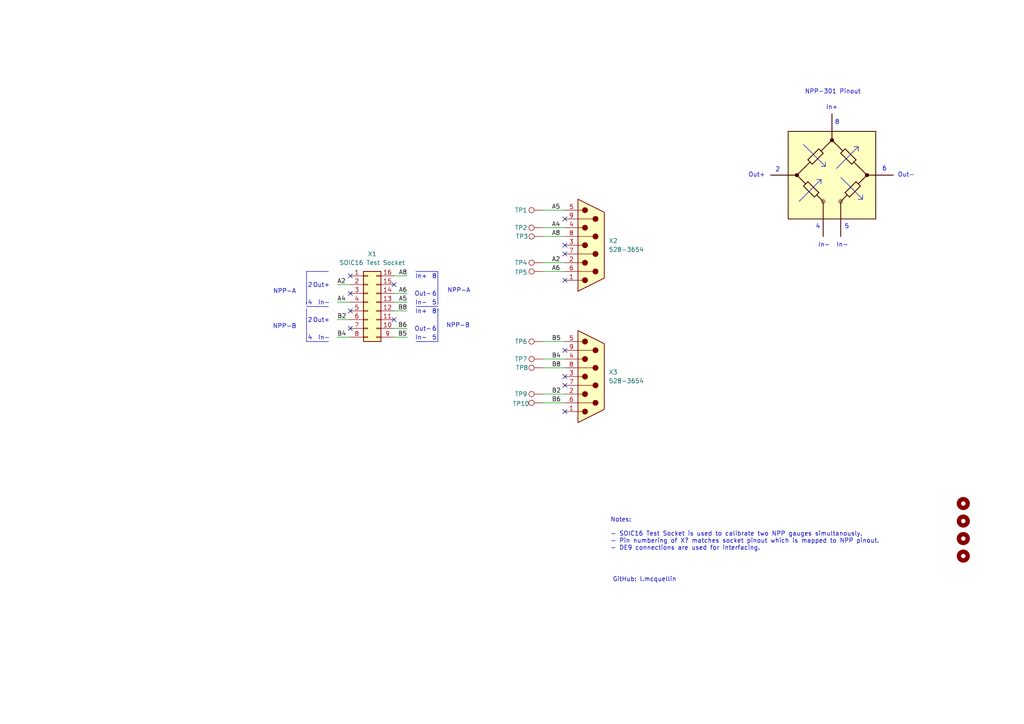
<source format=kicad_sch>
(kicad_sch (version 20231120) (generator "eeschema") (generator_version "8.0")
  (paper "A4")
  (title_block (title "NPP-301 Calibrator PCB") (rev "A"))
  (lib_symbols
    (symbol "Connector:DE9_Plug" (pin_names (offset 1.016) hide)
      (property "Reference" "J" (at 0 13.97 0))
      (property "Value" "DE9_Plug" (at 0 -14.605 0))
      (symbol "DE9_Plug_0_1"
        (circle (center -1.778 -10.16) (radius 0.762) (fill (type outline)))
        (circle (center -1.778 -5.08) (radius 0.762) (fill (type outline)))
        (circle (center -1.778 0) (radius 0.762) (fill (type outline)))
        (circle (center -1.778 5.08) (radius 0.762) (fill (type outline)))
        (circle (center -1.778 10.16) (radius 0.762) (fill (type outline)))
        (polyline (pts (xy -3.81 -10.16) (xy -2.54 -10.16)))
        (polyline (pts (xy -3.81 -7.62) (xy 0.508 -7.62)))
        (polyline (pts (xy -3.81 -5.08) (xy -2.54 -5.08)))
        (polyline (pts (xy -3.81 -2.54) (xy 0.508 -2.54)))
        (polyline (pts (xy -3.81 0) (xy -2.54 0)))
        (polyline (pts (xy -3.81 2.54) (xy 0.508 2.54)))
        (polyline (pts (xy -3.81 5.08) (xy -2.54 5.08)))
        (polyline (pts (xy -3.81 7.62) (xy 0.508 7.62)))
        (polyline (pts (xy -3.81 10.16) (xy -2.54 10.16)))
        (polyline (pts (xy -3.81 -13.335) (xy -3.81 13.335) (xy 3.81 9.525) (xy 3.81 -9.525) (xy -3.81 -13.335)) (stroke (width 0.254)) (fill (type background)))
        (circle (center 1.27 -7.62) (radius 0.762) (fill (type outline)))
        (circle (center 1.27 -2.54) (radius 0.762) (fill (type outline)))
        (circle (center 1.27 2.54) (radius 0.762) (fill (type outline)))
        (circle (center 1.27 7.62) (radius 0.762) (fill (type outline)))
      )
      (symbol "DE9_Plug_1_1"
        (pin passive line (at -7.62 -10.16 0) (length 3.81) (name "1") (number "1"))
        (pin passive line (at -7.62 -5.08 0) (length 3.81) (name "2") (number "2"))
        (pin passive line (at -7.62 0 0) (length 3.81) (name "3") (number "3"))
        (pin passive line (at -7.62 5.08 0) (length 3.81) (name "4") (number "4"))
        (pin passive line (at -7.62 10.16 0) (length 3.81) (name "5") (number "5"))
        (pin passive line (at -7.62 -7.62 0) (length 3.81) (name "6") (number "6"))
        (pin passive line (at -7.62 -2.54 0) (length 3.81) (name "7") (number "7"))
        (pin passive line (at -7.62 2.54 0) (length 3.81) (name "8") (number "8"))
        (pin passive line (at -7.62 7.62 0) (length 3.81) (name "9") (number "9"))
      )
    )
    (symbol "Connector:TestPoint" (pin_numbers hide) (pin_names (offset 0.762) hide)
      (property "Reference" "TP" (at 0 6.858 0))
      (property "Value" "TestPoint" (at 0 5.08 0))
      (symbol "TestPoint_0_1"
        (circle (center 0 3.302) (radius 0.762))
      )
      (symbol "TestPoint_1_1"
        (pin passive line (at 0 0 90) (length 2.54) (name "1") (number "1"))
      )
    )
    (symbol "Connector_Generic:Conn_02x08_Counter_Clockwise" (pin_names (offset 1.016) hide)
      (property "Reference" "J" (at 1.27 10.16 0))
      (property "Value" "Conn_02x08_Counter_Clockwise" (at 1.27 -12.7 0))
      (symbol "Conn_02x08_Counter_Clockwise_1_1"
        (rectangle (start -1.27 -10.033) (end 0 -10.287) (stroke (width 0.1524)))
        (rectangle (start -1.27 -7.493) (end 0 -7.747) (stroke (width 0.1524)))
        (rectangle (start -1.27 -4.953) (end 0 -5.207) (stroke (width 0.1524)))
        (rectangle (start -1.27 -2.413) (end 0 -2.667) (stroke (width 0.1524)))
        (rectangle (start -1.27 0.127) (end 0 -0.127) (stroke (width 0.1524)))
        (rectangle (start -1.27 2.667) (end 0 2.413) (stroke (width 0.1524)))
        (rectangle (start -1.27 5.207) (end 0 4.953) (stroke (width 0.1524)))
        (rectangle (start -1.27 7.747) (end 0 7.493) (stroke (width 0.1524)))
        (rectangle (start -1.27 8.89) (end 3.81 -11.43) (stroke (width 0.254)) (fill (type background)))
        (rectangle (start 3.81 -10.033) (end 2.54 -10.287) (stroke (width 0.1524)))
        (rectangle (start 3.81 -7.493) (end 2.54 -7.747) (stroke (width 0.1524)))
        (rectangle (start 3.81 -4.953) (end 2.54 -5.207) (stroke (width 0.1524)))
        (rectangle (start 3.81 -2.413) (end 2.54 -2.667) (stroke (width 0.1524)))
        (rectangle (start 3.81 0.127) (end 2.54 -0.127) (stroke (width 0.1524)))
        (rectangle (start 3.81 2.667) (end 2.54 2.413) (stroke (width 0.1524)))
        (rectangle (start 3.81 5.207) (end 2.54 4.953) (stroke (width 0.1524)))
        (rectangle (start 3.81 7.747) (end 2.54 7.493) (stroke (width 0.1524)))
        (pin passive line (at -5.08 7.62 0) (length 3.81) (name "Pin_1") (number "1"))
        (pin passive line (at 7.62 -7.62 180) (length 3.81) (name "Pin_10") (number "10"))
        (pin passive line (at 7.62 -5.08 180) (length 3.81) (name "Pin_11") (number "11"))
        (pin passive line (at 7.62 -2.54 180) (length 3.81) (name "Pin_12") (number "12"))
        (pin passive line (at 7.62 0 180) (length 3.81) (name "Pin_13") (number "13"))
        (pin passive line (at 7.62 2.54 180) (length 3.81) (name "Pin_14") (number "14"))
        (pin passive line (at 7.62 5.08 180) (length 3.81) (name "Pin_15") (number "15"))
        (pin passive line (at 7.62 7.62 180) (length 3.81) (name "Pin_16") (number "16"))
        (pin passive line (at -5.08 5.08 0) (length 3.81) (name "Pin_2") (number "2"))
        (pin passive line (at -5.08 2.54 0) (length 3.81) (name "Pin_3") (number "3"))
        (pin passive line (at -5.08 0 0) (length 3.81) (name "Pin_4") (number "4"))
        (pin passive line (at -5.08 -2.54 0) (length 3.81) (name "Pin_5") (number "5"))
        (pin passive line (at -5.08 -5.08 0) (length 3.81) (name "Pin_6") (number "6"))
        (pin passive line (at -5.08 -7.62 0) (length 3.81) (name "Pin_7") (number "7"))
        (pin passive line (at -5.08 -10.16 0) (length 3.81) (name "Pin_8") (number "8"))
        (pin passive line (at 7.62 -10.16 180) (length 3.81) (name "Pin_9") (number "9"))
      )
    )
    (symbol "Mechanical:MountingHole" (pin_names (offset 1.016)) (exclude_from_sim yes) (in_bom no)
      (property "Reference" "H" (at 0 5.08 0))
      (property "Value" "MountingHole" (at 0 3.175 0))
      (symbol "MountingHole_0_1"
        (circle (center 0 0) (radius 1.27) (stroke (width 1.27)))
      )
    )
  )
  (no_connect (at 163.83 119.38))
  (no_connect (at 163.83 111.76))
  (no_connect (at 114.3 92.71))
  (no_connect (at 114.3 82.55))
  (no_connect (at 101.6 95.25))
  (no_connect (at 101.6 90.17))
  (no_connect (at 163.83 63.5))
  (no_connect (at 163.83 73.66))
  (no_connect (at 163.83 109.22))
  (no_connect (at 163.83 71.12))
  (no_connect (at 163.83 101.6))
  (no_connect (at 163.83 81.28))
  (no_connect (at 101.6 85.09))
  (no_connect (at 101.6 80.01))
  (polyline (pts (xy 88.9 88.9) (xy 95.25 88.9)))
  (polyline (pts (xy 88.9 87.63) (xy 88.9 88.265)))
  (polyline (pts (xy 238.76 58.42) (xy 238.76 58.42)) (stroke (width 0.254) (color 72 0 0 1)))
  (polyline (pts (xy 247.65 42.545) (xy 248.92 42.545)))
  (polyline (pts (xy 243.84 58.42) (xy 243.84 63.5)) (stroke (width 0.254) (color 72 0 0 1)))
  (polyline (pts (xy 254 50.8) (xy 259.08 50.8)) (stroke (width 0.254) (color 72 0 0 1)))
  (polyline (pts (xy 242.57 48.895) (xy 248.92 42.545)))
  (wire (pts (xy 97.79 92.71) (xy 101.6 92.71)))
  (polyline (pts (xy 127 78.74) (xy 120.65 78.74)))
  (polyline (pts (xy 88.9 78.74) (xy 88.9 88.265)))
  (wire (pts (xy 163.83 106.68) (xy 157.48 106.68)))
  (polyline (pts (xy 241.3 38.1) (xy 241.3 40.64)) (stroke (width 0.254) (color 72 0 0 1)))
  (polyline (pts (xy 239.395 48.26) (xy 238.125 48.26)))
  (polyline (pts (xy 251.46 50.8) (xy 247.65 46.99)) (stroke (width 0.254) (color 72 0 0 1)))
  (polyline (pts (xy 88.9 89.535) (xy 88.9 99.06)))
  (polyline (pts (xy 127 99.06) (xy 120.65 99.06)))
  (wire (pts (xy 97.79 97.79) (xy 101.6 97.79)))
  (wire (pts (xy 97.79 82.55) (xy 101.6 82.55)))
  (polyline (pts (xy 250.19 57.785) (xy 248.92 57.785)))
  (polyline (pts (xy 239.395 46.99) (xy 239.395 48.26)))
  (wire (pts (xy 157.48 66.04) (xy 163.83 66.04)))
  (wire (pts (xy 163.83 78.74) (xy 157.48 78.74)))
  (wire (pts (xy 157.48 116.84) (xy 163.83 116.84)))
  (polyline (pts (xy 246.38 57.15) (xy 245.11 55.88)) (stroke (width 0.254) (color 72 0 0 1)))
  (polyline (pts (xy 251.46 50.8) (xy 254 50.8)) (stroke (width 0.254) (color 72 0 0 1)))
  (polyline (pts (xy 241.3 33.02) (xy 241.3 38.1)) (stroke (width 0.254) (color 72 0 0 1)))
  (polyline (pts (xy 88.9 99.06) (xy 95.25 99.06)))
  (polyline (pts (xy 248.285 46.355) (xy 245.11 43.18)) (stroke (width 0.254) (color 72 0 0 1)))
  (polyline (pts (xy 243.84 51.435) (xy 250.19 57.785)))
  (polyline (pts (xy 231.14 50.8) (xy 234.95 46.99)) (stroke (width 0.254) (color 72 0 0 1)))
  (polyline (pts (xy 88.9 78.74) (xy 95.25 78.74)))
  (polyline (pts (xy 234.315 46.355) (xy 237.49 43.18)) (stroke (width 0.254) (color 72 0 0 1)))
  (polyline (pts (xy 236.855 52.07) (xy 238.125 52.07)))
  (wire (pts (xy 163.83 60.96) (xy 157.48 60.96)))
  (polyline (pts (xy 243.84 63.5) (xy 243.84 68.58)) (stroke (width 0.254) (color 72 0 0 1)))
  (polyline (pts (xy 231.775 58.42) (xy 238.125 52.07)))
  (polyline (pts (xy 233.045 41.91) (xy 239.395 48.26)))
  (polyline (pts (xy 243.84 58.42) (xy 245.745 56.515)) (stroke (width 0.254) (color 72 0 0 1)))
  (polyline (pts (xy 236.22 57.15) (xy 237.49 55.88)) (stroke (width 0.254) (color 72 0 0 1)))
  (wire (pts (xy 163.83 99.06) (xy 157.48 99.06)))
  (polyline (pts (xy 238.125 52.07) (xy 238.125 53.34)))
  (polyline (pts (xy 241.3 40.64) (xy 244.475 43.815)) (stroke (width 0.254) (color 72 0 0 1)))
  (polyline (pts (xy 249.555 53.975) (xy 248.285 52.705)) (stroke (width 0.254) (color 72 0 0 1)))
  (polyline (pts (xy 248.92 42.545) (xy 248.92 43.815)))
  (wire (pts (xy 157.48 104.14) (xy 163.83 104.14)))
  (polyline (pts (xy 127 90.17) (xy 127 89.535)))
  (polyline (pts (xy 238.76 58.42) (xy 238.76 63.5)) (stroke (width 0.254) (color 72 0 0 1)))
  (polyline (pts (xy 228.6 50.8) (xy 231.14 50.8)) (stroke (width 0.254) (color 72 0 0 1)))
  (polyline (pts (xy 234.315 46.355) (xy 235.585 47.625)) (stroke (width 0.254) (color 72 0 0 1)))
  (polyline (pts (xy 245.11 43.18) (xy 243.84 44.45)) (stroke (width 0.254) (color 72 0 0 1)))
  (polyline (pts (xy 249.555 53.975) (xy 246.38 57.15)) (stroke (width 0.254) (color 72 0 0 1)))
  (polyline (pts (xy 250.19 56.515) (xy 250.19 57.785)))
  (wire (pts (xy 114.3 87.63) (xy 118.11 87.63)))
  (wire (pts (xy 157.48 76.2) (xy 163.83 76.2)))
  (polyline (pts (xy 234.315 52.705) (xy 237.49 55.88)) (stroke (width 0.254) (color 72 0 0 1)))
  (polyline (pts (xy 247.015 47.625) (xy 243.84 44.45)) (stroke (width 0.254) (color 72 0 0 1)))
  (polyline (pts (xy 127 99.06) (xy 127 89.535)))
  (polyline (pts (xy 241.3 40.64) (xy 238.125 43.815)) (stroke (width 0.254) (color 72 0 0 1)))
  (polyline (pts (xy 238.76 58.42) (xy 236.855 56.515)) (stroke (width 0.254) (color 72 0 0 1)))
  (wire (pts (xy 114.3 90.17) (xy 118.11 90.17)))
  (wire (pts (xy 97.79 87.63) (xy 101.6 87.63)))
  (polyline (pts (xy 233.045 53.975) (xy 236.22 57.15)) (stroke (width 0.254) (color 72 0 0 1)))
  (wire (pts (xy 114.3 97.79) (xy 118.11 97.79)))
  (polyline (pts (xy 127 88.265) (xy 127 78.74)))
  (polyline (pts (xy 231.14 50.8) (xy 233.68 53.34)) (stroke (width 0.254) (color 72 0 0 1)))
  (wire (pts (xy 114.3 85.09) (xy 118.11 85.09)))
  (wire (pts (xy 114.3 80.01) (xy 118.11 80.01)))
  (polyline (pts (xy 238.76 63.5) (xy 238.76 68.58)) (stroke (width 0.254) (color 72 0 0 1)))
  (polyline (pts (xy 248.285 46.355) (xy 247.015 47.625)) (stroke (width 0.254) (color 72 0 0 1)))
  (polyline (pts (xy 235.585 47.625) (xy 238.76 44.45)) (stroke (width 0.254) (color 72 0 0 1)))
  (polyline (pts (xy 233.045 53.975) (xy 234.315 52.705)) (stroke (width 0.254) (color 72 0 0 1)))
  (polyline (pts (xy 248.285 52.705) (xy 245.11 55.88)) (stroke (width 0.254) (color 72 0 0 1)))
  (polyline (pts (xy 127 88.9) (xy 120.65 88.9)))
  (polyline (pts (xy 237.49 43.18) (xy 238.76 44.45)) (stroke (width 0.254) (color 72 0 0 1)))
  (wire (pts (xy 163.83 68.58) (xy 157.48 68.58)))
  (wire (pts (xy 157.48 114.3) (xy 163.83 114.3)))
  (polyline (pts (xy 223.52 50.8) (xy 228.6 50.8)) (stroke (width 0.254) (color 72 0 0 1)))
  (polyline (pts (xy 251.46 50.8) (xy 248.92 53.34)) (stroke (width 0.254) (color 72 0 0 1)))
  (wire (pts (xy 114.3 95.25) (xy 118.11 95.25)))
  (circle (center 231.14 50.8) (radius 0.508) (stroke (width 0) (color 72 0 0 1)) (fill (type color) (color 72 0 0 1)))
  (circle (center 241.3 40.64) (radius 0.508) (stroke (width 0) (color 72 0 0 1)) (fill (type color) (color 72 0 0 1)))
  (circle (center 251.46 50.8) (radius 0.508) (stroke (width 0) (color 72 0 0 1)) (fill (type color) (color 72 0 0 1)))
  (rectangle (start 228.6 38.1) (end 254 63.5) (stroke (width 0.254) (color 72 0 0 1)) (fill (type color) (color 255 255 194 1)))
  (circle (center 238.76 58.42) (radius 0.508) (stroke (width 0) (color 72 0 0 1)) (fill (type color) (color 72 0 0 1)))
  (circle (center 243.84 58.42) (radius 0.508) (stroke (width 0) (color 72 0 0 1)) (fill (type color) (color 72 0 0 1)))
  (text "2" (at 89.916 82.804 0) (effects (font (size 1.27 1.27))))
  (text "In-" (at 244.348 71.12 0) (effects (font (size 1.27 1.27))))
  (text "8" (at 125.984 80.264 0) (effects (font (size 1.27 1.27))))
  (text "2" (at 89.916 92.964 0) (effects (font (size 1.27 1.27))))
  (text "In-" (at 239.014 71.12 0) (effects (font (size 1.27 1.27))))
  (text "6" (at 125.984 95.504 0) (effects (font (size 1.27 1.27))))
  (text "NPP-B" (at 82.55 94.742 0) (effects (font (size 1.27 1.27))))
  (text "In-" (at 122.174 98.044 0) (effects (font (size 1.27 1.27))))
  (text "5" (at 125.984 98.044 0) (effects (font (size 1.27 1.27))))
  (text "In+" (at 241.3 31.242 0) (effects (font (size 1.27 1.27))))
  (text "NPP-A" (at 82.55 84.582 0) (effects (font (size 1.27 1.27))))
  (text "8" (at 125.984 90.424 0) (effects (font (size 1.27 1.27))))
  (text "Out-" (at 122.682 85.344 0) (effects (font (size 1.27 1.27))))
  (text "Out-" (at 260.35 50.8 0) (effects (font (size 1.27 1.27)) (justify left)))
  (text "Notes:\n\n- SOIC16 Test Socket is used to calibrate two NPP gauges simultanously.\n- Pin numbering of X? matches socket pinout which is mapped to NPP pinout.\n- DE9 connections are used for interfacing." (at 177.038 154.94 0) (effects (font (size 1.27 1.27)) (justify left)))
  (text "In+" (at 122.174 90.424 0) (effects (font (size 1.27 1.27))))
  (text "In-" (at 93.98 98.044 0) (effects (font (size 1.27 1.27))))
  (text "2" (at 225.552 49.276 0) (effects (font (size 1.27 1.27))))
  (text "Out+" (at 221.996 50.8 0) (effects (font (size 1.27 1.27)) (justify right)))
  (text "Out-" (at 122.682 95.504 0) (effects (font (size 1.27 1.27))))
  (text "NPP-301 Pinout" (at 241.554 26.67 0) (effects (font (size 1.27 1.27))))
  (text "5" (at 125.984 87.884 0) (effects (font (size 1.27 1.27))))
  (text "5" (at 245.618 65.786 0) (effects (font (size 1.27 1.27))))
  (text "6" (at 256.54 49.022 0) (effects (font (size 1.27 1.27))))
  (text "NPP-B" (at 132.842 94.488 0) (effects (font (size 1.27 1.27))))
  (text "4" (at 237.236 65.786 0) (effects (font (size 1.27 1.27))))
  (text "8" (at 242.824 35.56 0) (effects (font (size 1.27 1.27))))
  (text "6" (at 125.984 85.344 0) (effects (font (size 1.27 1.27))))
  (text "GitHub: l.mcquellin" (at 186.944 168.148 0) (effects (font (size 1.27 1.27))))
  (text "In-" (at 93.98 87.884 0) (effects (font (size 1.27 1.27))))
  (text "4" (at 89.916 98.044 0) (effects (font (size 1.27 1.27))))
  (text "In-" (at 122.174 87.884 0) (effects (font (size 1.27 1.27))))
  (text "4" (at 89.916 87.884 0) (effects (font (size 1.27 1.27))))
  (text "In+" (at 122.174 80.264 0) (effects (font (size 1.27 1.27))))
  (text "Out+" (at 93.218 82.804 0) (effects (font (size 1.27 1.27))))
  (text "NPP-A" (at 133.096 84.328 0) (effects (font (size 1.27 1.27))))
  (text "Out+" (at 93.218 92.964 0) (effects (font (size 1.27 1.27))))
  (label "A2" (at 97.79 82.55 0))
  (label "B2" (at 160.02 114.3 0))
  (label "B5" (at 160.02 99.06 0))
  (label "A5" (at 118.11 87.63 180))
  (label "A4" (at 97.79 87.63 0))
  (label "B2" (at 97.79 92.71 0))
  (label "A6" (at 160.02 78.74 0))
  (label "B8" (at 118.11 90.17 180))
  (label "A8" (at 160.02 68.58 0))
  (label "B8" (at 160.02 106.68 0))
  (label "B4" (at 97.79 97.79 0))
  (label "A2" (at 160.02 76.2 0))
  (label "A5" (at 160.02 60.96 0))
  (label "B4" (at 160.02 104.14 0))
  (label "B6" (at 118.11 95.25 180))
  (label "B6" (at 160.02 116.84 0))
  (label "A4" (at 160.02 66.04 0))
  (label "B5" (at 118.11 97.79 180))
  (label "A6" (at 118.11 85.09 180))
  (label "A8" (at 118.11 80.01 180))
  (symbol (lib_id "Mechanical:MountingHole") (at 279.4 156.21 0) (unit 1) (exclude_from_sim yes) (in_bom no)
    (property "Reference" "H3" (effects (hide yes)))
    (property "Value" "M3" (effects (hide yes)))
    (property "Footprint" "MountingHole:MountingHole_3.2mm_M3_ISO7380_Pad" (effects (hide yes)))
    (property "Description" "Mounting Hole without connection" (effects (hide yes)))
  )
  (symbol (lib_id "Connector_Generic:Conn_02x08_Counter_Clockwise") (at 106.68 87.63 0) (unit 1)
    (property "Reference" "X1" (at 107.95 73.66 0))
    (property "Value" "SOIC16 Test Socket" (at 107.95 76.2 0))
    (property "Footprint" "NPP_Calbrator:PA-SOCKET-SOICN-16-1.27" (effects (hide yes)))
    (property "Description" "Generic connector, double row, 02x08, counter clockwise pin numbering scheme (similar to DIP package numbering), script generated (kicad-library-utils/schlib/autogen/connector/)" (effects (hide yes)))
  )
  (symbol (lib_id "Connector:TestPoint") (at 157.48 76.2 90) (unit 1)
    (property "Reference" "TP4" (at 151.13 76.2 90))
    (property "Value" "TestPoint" (effects (hide yes)))
    (property "Footprint" "TestPoint:TestPoint_Pad_D2.0mm" (effects (hide yes)))
    (property "Description" "test point" (effects (hide yes)))
  )
  (symbol (lib_id "Connector:TestPoint") (at 157.48 99.06 90) (unit 1)
    (property "Reference" "TP6" (at 151.13 99.06 90))
    (property "Value" "TestPoint" (effects (hide yes)))
    (property "Footprint" "TestPoint:TestPoint_Pad_D2.0mm" (effects (hide yes)))
    (property "Description" "test point" (effects (hide yes)))
  )
  (symbol (lib_id "Connector:TestPoint") (at 157.48 106.68 90) (unit 1)
    (property "Reference" "TP8" (at 151.384 106.68 90))
    (property "Value" "TestPoint" (effects (hide yes)))
    (property "Footprint" "TestPoint:TestPoint_Pad_D2.0mm" (effects (hide yes)))
    (property "Description" "test point" (effects (hide yes)))
  )
  (symbol (lib_id "Connector:TestPoint") (at 157.48 68.58 90) (unit 1)
    (property "Reference" "TP3" (at 151.384 68.58 90))
    (property "Value" "TestPoint" (effects (hide yes)))
    (property "Footprint" "TestPoint:TestPoint_Pad_D2.0mm" (effects (hide yes)))
    (property "Description" "test point" (effects (hide yes)))
  )
  (symbol (lib_id "Connector:TestPoint") (at 157.48 78.74 90) (unit 1)
    (property "Reference" "TP5" (at 151.13 78.994 90))
    (property "Value" "TestPoint" (effects (hide yes)))
    (property "Footprint" "TestPoint:TestPoint_Pad_D2.0mm" (effects (hide yes)))
    (property "Description" "test point" (effects (hide yes)))
  )
  (symbol (lib_id "Connector:TestPoint") (at 157.48 114.3 90) (unit 1)
    (property "Reference" "TP9" (at 151.13 114.3 90))
    (property "Value" "TestPoint" (effects (hide yes)))
    (property "Footprint" "TestPoint:TestPoint_Pad_D2.0mm" (effects (hide yes)))
    (property "Description" "test point" (effects (hide yes)))
  )
  (symbol (lib_id "Connector:DE9_Plug") (at 171.45 71.12 0) (unit 1)
    (property "Reference" "X2" (at 176.53 69.8499 0) (effects (justify left)))
    (property "Value" "528-3654" (at 176.53 72.3899 0) (effects (justify left)))
    (property "Footprint" "Connector_Dsub:DSUB-9_Male_Horizontal_P2.77x2.84mm_EdgePinOffset9.40mm" (effects (hide yes)))
    (property "Description" "9-pin male plug pin D-SUB connector" (effects (hide yes)))
  )
  (symbol (lib_id "Connector:TestPoint") (at 157.48 104.14 90) (unit 1)
    (property "Reference" "TP7" (at 151.13 104.14 90))
    (property "Value" "TestPoint" (effects (hide yes)))
    (property "Footprint" "TestPoint:TestPoint_Pad_D2.0mm" (effects (hide yes)))
    (property "Description" "test point" (effects (hide yes)))
  )
  (symbol (lib_id "Connector:TestPoint") (at 157.48 66.04 90) (unit 1)
    (property "Reference" "TP2" (at 151.13 66.04 90))
    (property "Value" "TestPoint" (effects (hide yes)))
    (property "Footprint" "TestPoint:TestPoint_Pad_D2.0mm" (effects (hide yes)))
    (property "Description" "test point" (effects (hide yes)))
  )
  (symbol (lib_id "Mechanical:MountingHole") (at 279.4 161.29 0) (unit 1) (exclude_from_sim yes) (in_bom no)
    (property "Reference" "H4" (effects (hide yes)))
    (property "Value" "M3" (effects (hide yes)))
    (property "Footprint" "MountingHole:MountingHole_3.2mm_M3_ISO7380_Pad" (effects (hide yes)))
    (property "Description" "Mounting Hole without connection" (effects (hide yes)))
  )
  (symbol (lib_id "Mechanical:MountingHole") (at 279.4 146.05 0) (unit 1) (exclude_from_sim yes) (in_bom no)
    (property "Reference" "H1" (effects (hide yes)))
    (property "Value" "M3" (effects (hide yes)))
    (property "Footprint" "MountingHole:MountingHole_3.2mm_M3_ISO7380_Pad" (effects (hide yes)))
    (property "Description" "Mounting Hole without connection" (effects (hide yes)))
  )
  (symbol (lib_id "Connector:TestPoint") (at 157.48 116.84 90) (unit 1)
    (property "Reference" "TP10" (at 151.13 117.094 90))
    (property "Value" "TestPoint" (effects (hide yes)))
    (property "Footprint" "TestPoint:TestPoint_Pad_D2.0mm" (effects (hide yes)))
    (property "Description" "test point" (effects (hide yes)))
  )
  (symbol (lib_id "Connector:TestPoint") (at 157.48 60.96 90) (unit 1)
    (property "Reference" "TP1" (at 151.13 60.96 90))
    (property "Value" "TestPoint" (effects (hide yes)))
    (property "Footprint" "TestPoint:TestPoint_Pad_D2.0mm" (effects (hide yes)))
    (property "Description" "test point" (effects (hide yes)))
  )
  (symbol (lib_id "Mechanical:MountingHole") (at 279.4 151.13 0) (unit 1) (exclude_from_sim yes) (in_bom no)
    (property "Reference" "H2" (effects (hide yes)))
    (property "Value" "M3" (effects (hide yes)))
    (property "Footprint" "MountingHole:MountingHole_3.2mm_M3_ISO7380_Pad" (effects (hide yes)))
    (property "Description" "Mounting Hole without connection" (effects (hide yes)))
  )
  (symbol (lib_id "Connector:DE9_Plug") (at 171.45 109.22 0) (unit 1)
    (property "Reference" "X3" (at 176.53 107.9499 0) (effects (justify left)))
    (property "Value" "528-3654" (at 176.53 110.4899 0) (effects (justify left)))
    (property "Footprint" "Connector_Dsub:DSUB-9_Male_Horizontal_P2.77x2.84mm_EdgePinOffset9.40mm" (effects (hide yes)))
    (property "Description" "9-pin male plug pin D-SUB connector" (effects (hide yes)))
  )
)
</source>
